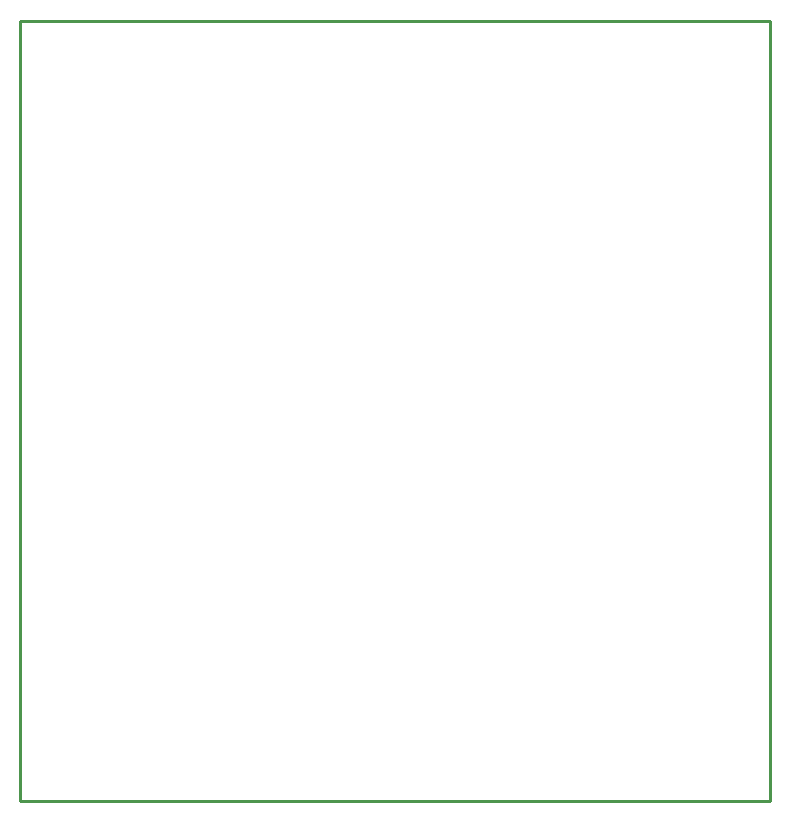
<source format=gbr>
%TF.GenerationSoftware,Altium Limited,Altium Designer,22.6.1 (34)*%
G04 Layer_Color=8388736*
%FSLAX26Y26*%
%MOIN*%
%TF.SameCoordinates,875EB05E-A6AF-4184-B243-C0806E1F30E9*%
%TF.FilePolarity,Positive*%
%TF.FileFunction,Other,Board*%
%TF.Part,Single*%
G01*
G75*
%TA.AperFunction,NonConductor*%
%ADD34C,0.010000*%
D34*
Y2600000D02*
X2500000D01*
X0Y0D02*
Y2600000D01*
Y0D02*
X2500000D01*
Y2600000D01*
%TF.MD5,6c590343988030227e84c3facf80efec*%
M02*

</source>
